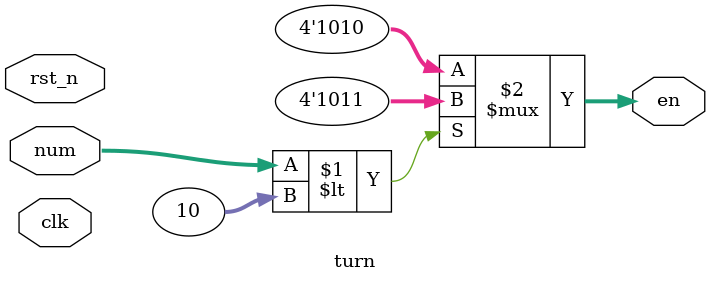
<source format=v>
`timescale 1ns / 1ps


module turn(
   input clk,
   input rst_n,
   input [31:0]num,
   output [3:0]en
    );
/*    
always@(posedge clk or negedge rst_n)begin
if(!rst_n)
    en<=4'b1111;
else if(num<10)
    en<=4'b1011;
else
    en<=4'b1010;
end
*/

assign en=(num<10)?4'b1011:4'b1010;


endmodule

</source>
